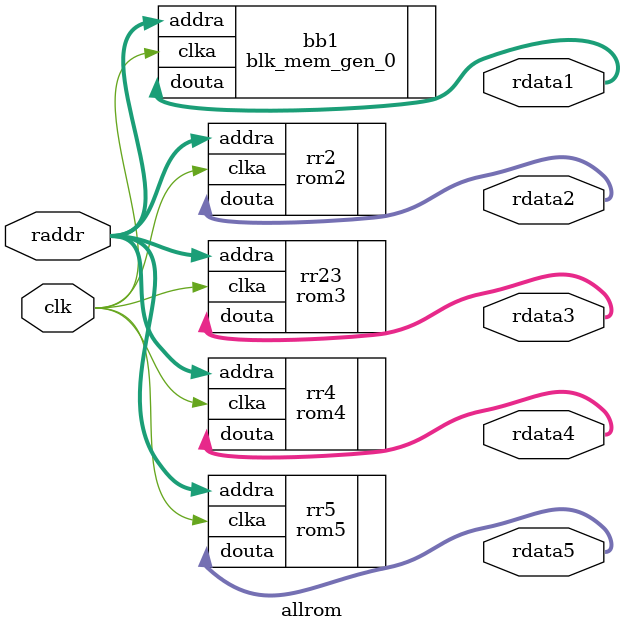
<source format=v>
`timescale 1ns / 1ps


module allrom(
    input clk,
    input [14:0] raddr,
    output [11:0] rdata1,
    output [11:0] rdata2,
    output [11:0] rdata3,
    output [11:0] rdata4,
    output [11:0] rdata5
    );
    blk_mem_gen_0 bb1(.clka(clk),.addra(raddr),.douta(rdata1));
    rom2 rr2(.clka(clk),.addra(raddr),.douta(rdata2));
    rom3 rr23(.clka(clk),.addra(raddr),.douta(rdata3));
    rom4 rr4(.clka(clk),.addra(raddr),.douta(rdata4));
    rom5 rr5(.clka(clk),.addra(raddr),.douta(rdata5));
endmodule

</source>
